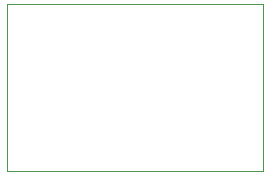
<source format=gm1>
G04 #@! TF.GenerationSoftware,KiCad,Pcbnew,8.0.7-8.0.7-0~ubuntu22.04.1*
G04 #@! TF.CreationDate,2025-01-18T20:22:17+01:00*
G04 #@! TF.ProjectId,pinchito_uesc,70696e63-6869-4746-9f5f-756573632e6b,rev?*
G04 #@! TF.SameCoordinates,Original*
G04 #@! TF.FileFunction,Profile,NP*
%FSLAX46Y46*%
G04 Gerber Fmt 4.6, Leading zero omitted, Abs format (unit mm)*
G04 Created by KiCad (PCBNEW 8.0.7-8.0.7-0~ubuntu22.04.1) date 2025-01-18 20:22:17*
%MOMM*%
%LPD*%
G01*
G04 APERTURE LIST*
G04 #@! TA.AperFunction,Profile*
%ADD10C,0.050000*%
G04 #@! TD*
G04 APERTURE END LIST*
D10*
X-300000Y200000D02*
X21400000Y200000D01*
X21400000Y-13900000D01*
X-300000Y-13900000D01*
X-300000Y200000D01*
M02*

</source>
